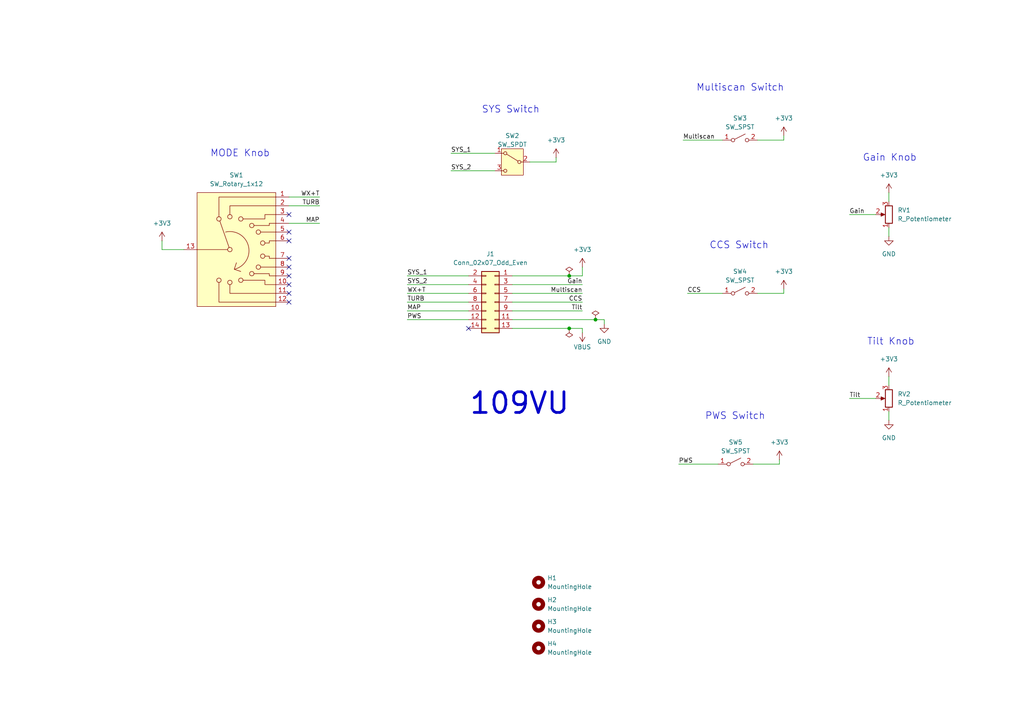
<source format=kicad_sch>
(kicad_sch (version 20231120) (generator "eeschema") (generator_version "8.0")
  (paper "A4")
  (title_block (title "109VU") (date "2024-01-18") (rev "0.2"))
  (lib_symbols
    (symbol "+3V3_1" (power) (pin_numbers hide) (pin_names (offset 0) hide)
      (property "Value" "+3V3" (at 0 3.556 0))
      (symbol "+3V3_1_0_1"
        (polyline (pts (xy -0.762 1.27) (xy 0 2.54)))
        (polyline (pts (xy 0 0) (xy 0 2.54)))
        (polyline (pts (xy 0 2.54) (xy 0.762 1.27)))
      )
      (symbol "+3V3_1_1_1"
        (pin power_in line (at 0 0 90) (length 0) (name "~") (number "1"))
      )
    )
    (symbol "+3V3_2" (power) (pin_numbers hide) (pin_names (offset 0) hide)
      (property "Value" "+3V3" (at 0 3.556 0))
      (symbol "+3V3_2_0_1"
        (polyline (pts (xy -0.762 1.27) (xy 0 2.54)))
        (polyline (pts (xy 0 0) (xy 0 2.54)))
        (polyline (pts (xy 0 2.54) (xy 0.762 1.27)))
      )
      (symbol "+3V3_2_1_1"
        (pin power_in line (at 0 0 90) (length 0) (name "~") (number "1"))
      )
    )
    (symbol "+3V3_3" (power) (pin_numbers hide) (pin_names (offset 0) hide)
      (property "Value" "+3V3" (at 0 3.556 0))
      (symbol "+3V3_3_0_1"
        (polyline (pts (xy -0.762 1.27) (xy 0 2.54)))
        (polyline (pts (xy 0 0) (xy 0 2.54)))
        (polyline (pts (xy 0 2.54) (xy 0.762 1.27)))
      )
      (symbol "+3V3_3_1_1"
        (pin power_in line (at 0 0 90) (length 0) (name "~") (number "1"))
      )
    )
    (symbol "+3V3_4" (power) (pin_numbers hide) (pin_names (offset 0) hide)
      (property "Value" "+3V3" (at 0 3.556 0))
      (symbol "+3V3_4_0_1"
        (polyline (pts (xy -0.762 1.27) (xy 0 2.54)))
        (polyline (pts (xy 0 0) (xy 0 2.54)))
        (polyline (pts (xy 0 2.54) (xy 0.762 1.27)))
      )
      (symbol "+3V3_4_1_1"
        (pin power_in line (at 0 0 90) (length 0) (name "~") (number "1"))
      )
    )
    (symbol "+3V3_5" (power) (pin_numbers hide) (pin_names (offset 0) hide)
      (property "Value" "+3V3" (at 0 3.556 0))
      (symbol "+3V3_5_0_1"
        (polyline (pts (xy -0.762 1.27) (xy 0 2.54)))
        (polyline (pts (xy 0 0) (xy 0 2.54)))
        (polyline (pts (xy 0 2.54) (xy 0.762 1.27)))
      )
      (symbol "+3V3_5_1_1"
        (pin power_in line (at 0 0 90) (length 0) (name "~") (number "1"))
      )
    )
    (symbol "+3V3_6" (power) (pin_numbers hide) (pin_names (offset 0) hide)
      (property "Value" "+3V3" (at 0 3.556 0))
      (symbol "+3V3_6_0_1"
        (polyline (pts (xy -0.762 1.27) (xy 0 2.54)))
        (polyline (pts (xy 0 0) (xy 0 2.54)))
        (polyline (pts (xy 0 2.54) (xy 0.762 1.27)))
      )
      (symbol "+3V3_6_1_1"
        (pin power_in line (at 0 0 90) (length 0) (name "~") (number "1"))
      )
    )
    (symbol "Connector_Generic:Conn_02x07_Odd_Even" (pin_names (offset 1.016) hide)
      (property "Reference" "J" (at 1.27 10.16 0))
      (property "Value" "Conn_02x07_Odd_Even" (at 1.27 -10.16 0))
      (symbol "Conn_02x07_Odd_Even_1_1"
        (rectangle (start -1.27 -7.493) (end 0 -7.747) (stroke (width 0.1524)))
        (rectangle (start -1.27 -4.953) (end 0 -5.207) (stroke (width 0.1524)))
        (rectangle (start -1.27 -2.413) (end 0 -2.667) (stroke (width 0.1524)))
        (rectangle (start -1.27 0.127) (end 0 -0.127) (stroke (width 0.1524)))
        (rectangle (start -1.27 2.667) (end 0 2.413) (stroke (width 0.1524)))
        (rectangle (start -1.27 5.207) (end 0 4.953) (stroke (width 0.1524)))
        (rectangle (start -1.27 7.747) (end 0 7.493) (stroke (width 0.1524)))
        (rectangle (start -1.27 8.89) (end 3.81 -8.89) (stroke (width 0.254)) (fill (type background)))
        (rectangle (start 3.81 -7.493) (end 2.54 -7.747) (stroke (width 0.1524)))
        (rectangle (start 3.81 -4.953) (end 2.54 -5.207) (stroke (width 0.1524)))
        (rectangle (start 3.81 -2.413) (end 2.54 -2.667) (stroke (width 0.1524)))
        (rectangle (start 3.81 0.127) (end 2.54 -0.127) (stroke (width 0.1524)))
        (rectangle (start 3.81 2.667) (end 2.54 2.413) (stroke (width 0.1524)))
        (rectangle (start 3.81 5.207) (end 2.54 4.953) (stroke (width 0.1524)))
        (rectangle (start 3.81 7.747) (end 2.54 7.493) (stroke (width 0.1524)))
        (pin passive line (at -5.08 7.62 0) (length 3.81) (name "Pin_1") (number "1"))
        (pin passive line (at 7.62 -2.54 180) (length 3.81) (name "Pin_10") (number "10"))
        (pin passive line (at -5.08 -5.08 0) (length 3.81) (name "Pin_11") (number "11"))
        (pin passive line (at 7.62 -5.08 180) (length 3.81) (name "Pin_12") (number "12"))
        (pin passive line (at -5.08 -7.62 0) (length 3.81) (name "Pin_13") (number "13"))
        (pin passive line (at 7.62 -7.62 180) (length 3.81) (name "Pin_14") (number "14"))
        (pin passive line (at 7.62 7.62 180) (length 3.81) (name "Pin_2") (number "2"))
        (pin passive line (at -5.08 5.08 0) (length 3.81) (name "Pin_3") (number "3"))
        (pin passive line (at 7.62 5.08 180) (length 3.81) (name "Pin_4") (number "4"))
        (pin passive line (at -5.08 2.54 0) (length 3.81) (name "Pin_5") (number "5"))
        (pin passive line (at 7.62 2.54 180) (length 3.81) (name "Pin_6") (number "6"))
        (pin passive line (at -5.08 0 0) (length 3.81) (name "Pin_7") (number "7"))
        (pin passive line (at 7.62 0 180) (length 3.81) (name "Pin_8") (number "8"))
        (pin passive line (at -5.08 -2.54 0) (length 3.81) (name "Pin_9") (number "9"))
      )
    )
    (symbol "Device:R_Potentiometer" (pin_names (offset 1.016) hide)
      (property "Reference" "RV" (at -4.445 0 90))
      (property "Value" "R_Potentiometer" (at -2.54 0 90))
      (symbol "R_Potentiometer_0_1"
        (polyline (pts (xy 2.54 0) (xy 1.524 0)))
        (polyline (pts (xy 1.143 0) (xy 2.286 0.508) (xy 2.286 -0.508) (xy 1.143 0)) (fill (type outline)))
        (rectangle (start 1.016 2.54) (end -1.016 -2.54) (stroke (width 0.254)))
      )
      (symbol "R_Potentiometer_1_1"
        (pin passive line (at 0 3.81 270) (length 1.27) (name "1") (number "1"))
        (pin passive line (at 3.81 0 180) (length 1.27) (name "2") (number "2"))
        (pin passive line (at 0 -3.81 90) (length 1.27) (name "3") (number "3"))
      )
    )
    (symbol "GND_1" (power) (pin_numbers hide) (pin_names (offset 0) hide)
      (property "Value" "GND" (at 0 -3.81 0))
      (symbol "GND_1_0_1"
        (polyline (pts (xy 0 0) (xy 0 -1.27) (xy 1.27 -1.27) (xy 0 -2.54) (xy -1.27 -1.27) (xy 0 -1.27)))
      )
      (symbol "GND_1_1_1"
        (pin power_in line (at 0 0 270) (length 0) (name "~") (number "1"))
      )
    )
    (symbol "Mechanical:MountingHole" (pin_names (offset 1.016))
      (property "Reference" "H" (at 0 5.08 0))
      (property "Value" "MountingHole" (at 0 3.175 0))
      (symbol "MountingHole_0_1"
        (circle (center 0 0) (radius 1.27) (stroke (width 1.27)))
      )
    )
    (symbol "Switch:SW_Rotary_1x12" (pin_names (offset 1.016) hide)
      (property "Reference" "SW" (at 0 17.78 0))
      (property "Value" "SW_Rotary_1x12" (at 0 -17.78 0))
      (symbol "SW_Rotary_1x12_0_0"
        (circle (center -5.08 -8.89) (radius 0.635))
        (circle (center -5.08 8.89) (radius 0.635))
        (circle (center -1.905 -9.525) (radius 0.635))
        (circle (center -1.905 0) (radius 0.635))
        (circle (center -1.905 9.525) (radius 0.635))
        (arc (start -0.635 -5.715) (mid 3.4777 0.949) (end -3.175 5.08))
        (polyline (pts (xy -2.1336 0.6096) (xy -4.826 8.2804)))
        (polyline (pts (xy -0.635 -5.715) (xy 0 -3.81)))
        (polyline (pts (xy -0.635 -5.715) (xy 1.27 -6.35)))
        (polyline (pts (xy 6.985 -5.08) (xy 11.43 -5.08)))
        (polyline (pts (xy 6.985 5.08) (xy 11.43 5.08)))
        (polyline (pts (xy -5.08 -9.525) (xy -5.08 -15.24) (xy 11.43 -15.24)))
        (polyline (pts (xy -5.08 9.525) (xy -5.08 15.24) (xy 11.43 15.24)))
        (polyline (pts (xy -1.905 -10.16) (xy -1.905 -12.7) (xy 11.43 -12.7)))
        (polyline (pts (xy -1.905 10.16) (xy -1.905 12.7) (xy 11.43 12.7)))
        (polyline (pts (xy 1.905 -8.89) (xy 8.255 -8.89) (xy 8.255 -10.16) (xy 11.43 -10.16)))
        (polyline (pts (xy 1.905 8.89) (xy 8.255 8.89) (xy 8.255 10.16) (xy 11.43 10.16)))
        (polyline (pts (xy 5.08 -6.985) (xy 9.525 -6.985) (xy 9.525 -7.62) (xy 11.43 -7.62)))
        (polyline (pts (xy 5.08 6.985) (xy 9.525 6.985) (xy 9.525 7.62) (xy 11.43 7.62)))
        (polyline (pts (xy 8.255 -1.905) (xy 9.525 -1.905) (xy 9.525 -2.54) (xy 11.43 -2.54)))
        (polyline (pts (xy 8.255 1.905) (xy 9.525 1.905) (xy 9.525 2.54) (xy 11.43 2.54)))
        (circle (center 1.27 -8.89) (radius 0.635))
        (circle (center 1.27 8.89) (radius 0.635))
        (circle (center 4.445 -6.985) (radius 0.635))
        (circle (center 4.445 6.985) (radius 0.635))
        (circle (center 6.35 -5.08) (radius 0.635))
        (circle (center 6.35 5.08) (radius 0.635))
        (circle (center 7.62 -1.905) (radius 0.635))
        (circle (center 7.62 1.905) (radius 0.635))
      )
      (symbol "SW_Rotary_1x12_1_1"
        (rectangle (start -11.43 16.51) (end 11.43 -16.51) (fill (type background)))
        (polyline (pts (xy -11.43 0) (xy -2.54 0)))
        (pin passive line (at 15.24 15.24 180) (length 3.81) (name "1") (number "1"))
        (pin passive line (at 15.24 -10.16 180) (length 3.81) (name "10") (number "10"))
        (pin passive line (at 15.24 -12.7 180) (length 3.81) (name "11") (number "11"))
        (pin passive line (at 15.24 -15.24 180) (length 3.81) (name "12") (number "12"))
        (pin passive line (at -15.24 0 0) (length 3.81) (name "13") (number "13"))
        (pin passive line (at 15.24 12.7 180) (length 3.81) (name "2") (number "2"))
        (pin passive line (at 15.24 10.16 180) (length 3.81) (name "3") (number "3"))
        (pin passive line (at 15.24 7.62 180) (length 3.81) (name "4") (number "4"))
        (pin passive line (at 15.24 5.08 180) (length 3.81) (name "5") (number "5"))
        (pin passive line (at 15.24 2.54 180) (length 3.81) (name "6") (number "6"))
        (pin passive line (at 15.24 -2.54 180) (length 3.81) (name "7") (number "7"))
        (pin passive line (at 15.24 -5.08 180) (length 3.81) (name "8") (number "8"))
        (pin passive line (at 15.24 -7.62 180) (length 3.81) (name "9") (number "9"))
      )
    )
    (symbol "Switch:SW_SPDT" (pin_names (offset 0) hide)
      (property "Reference" "SW" (at 0 5.08 0))
      (property "Value" "SW_SPDT" (at 0 -5.08 0))
      (symbol "SW_SPDT_0_1"
        (circle (center -2.032 0) (radius 0.4572))
        (polyline (pts (xy -1.651 0.254) (xy 1.651 2.286)))
        (circle (center 2.032 -2.54) (radius 0.4572))
        (circle (center 2.032 2.54) (radius 0.4572))
      )
      (symbol "SW_SPDT_1_1"
        (rectangle (start -3.175 3.81) (end 3.175 -3.81) (fill (type background)))
        (pin passive line (at 5.08 2.54 180) (length 2.54) (name "A") (number "1"))
        (pin passive line (at -5.08 0 0) (length 2.54) (name "B") (number "2"))
        (pin passive line (at 5.08 -2.54 180) (length 2.54) (name "C") (number "3"))
      )
    )
    (symbol "Switch:SW_SPST" (pin_names (offset 0) hide)
      (property "Reference" "SW" (at 0 3.175 0))
      (property "Value" "SW_SPST" (at 0 -2.54 0))
      (symbol "SW_SPST_0_0"
        (circle (center -2.032 0) (radius 0.508))
        (polyline (pts (xy -1.524 0.254) (xy 1.524 1.778)))
        (circle (center 2.032 0) (radius 0.508))
      )
      (symbol "SW_SPST_1_1"
        (pin passive line (at -5.08 0 0) (length 2.54) (name "A") (number "1"))
        (pin passive line (at 5.08 0 180) (length 2.54) (name "B") (number "2"))
      )
    )
    (symbol "power:+3V3" (power) (pin_numbers hide) (pin_names (offset 0) hide)
      (property "Value" "+3V3" (at 0 3.556 0))
      (symbol "+3V3_0_1"
        (polyline (pts (xy -0.762 1.27) (xy 0 2.54)))
        (polyline (pts (xy 0 0) (xy 0 2.54)))
        (polyline (pts (xy 0 2.54) (xy 0.762 1.27)))
      )
      (symbol "+3V3_1_1"
        (pin power_in line (at 0 0 90) (length 0) (name "~") (number "1"))
      )
    )
    (symbol "power:GND" (power) (pin_numbers hide) (pin_names (offset 0) hide)
      (property "Value" "GND" (at 0 -3.81 0))
      (symbol "GND_0_1"
        (polyline (pts (xy 0 0) (xy 0 -1.27) (xy 1.27 -1.27) (xy 0 -2.54) (xy -1.27 -1.27) (xy 0 -1.27)))
      )
      (symbol "GND_1_1"
        (pin power_in line (at 0 0 270) (length 0) (name "~") (number "1"))
      )
    )
    (symbol "power:PWR_FLAG" (power) (pin_numbers hide) (pin_names (offset 0) hide)
      (property "Value" "PWR_FLAG" (at 0 3.81 0))
      (symbol "PWR_FLAG_0_0"
        (pin power_out line (at 0 0 90) (length 0) (name "~") (number "1"))
      )
      (symbol "PWR_FLAG_0_1"
        (polyline (pts (xy 0 0) (xy 0 1.27) (xy -1.016 1.905) (xy 0 2.54) (xy 1.016 1.905) (xy 0 1.27)))
      )
    )
    (symbol "power:VBUS" (power) (pin_numbers hide) (pin_names (offset 0) hide)
      (property "Value" "VBUS" (at 0 3.556 0))
      (symbol "VBUS_0_1"
        (polyline (pts (xy -0.762 1.27) (xy 0 2.54)))
        (polyline (pts (xy 0 0) (xy 0 2.54)))
        (polyline (pts (xy 0 2.54) (xy 0.762 1.27)))
      )
      (symbol "VBUS_1_1"
        (pin power_in line (at 0 0 90) (length 0) (name "~") (number "1"))
      )
    )
  )
  (junction (at 165.1 95.25))
  (junction (at 165.1 80.01))
  (junction (at 172.72 92.71))
  (no_connect (at 83.82 67.31))
  (no_connect (at 135.89 95.25))
  (no_connect (at 83.82 69.85))
  (no_connect (at 83.82 74.93))
  (no_connect (at 83.82 80.01))
  (no_connect (at 83.82 77.47))
  (no_connect (at 83.82 62.23))
  (no_connect (at 83.82 85.09))
  (no_connect (at 83.82 82.55))
  (no_connect (at 83.82 87.63))
  (wire (pts (xy 148.59 90.17) (xy 168.91 90.17)))
  (wire (pts (xy 257.81 55.88) (xy 257.81 58.42)))
  (wire (pts (xy 118.11 90.17) (xy 135.89 90.17)))
  (wire (pts (xy 227.33 83.82) (xy 227.33 85.09)))
  (wire (pts (xy 148.59 85.09) (xy 168.91 85.09)))
  (wire (pts (xy 219.71 40.64) (xy 227.33 40.64)))
  (wire (pts (xy 172.72 92.71) (xy 175.26 92.71)))
  (wire (pts (xy 46.99 69.85) (xy 46.99 72.39)))
  (wire (pts (xy 118.11 82.55) (xy 135.89 82.55)))
  (wire (pts (xy 226.06 133.35) (xy 226.06 134.62)))
  (wire (pts (xy 118.11 92.71) (xy 135.89 92.71)))
  (wire (pts (xy 257.81 119.38) (xy 257.81 121.92)))
  (wire (pts (xy 175.26 92.71) (xy 175.26 93.98)))
  (wire (pts (xy 118.11 87.63) (xy 135.89 87.63)))
  (wire (pts (xy 198.12 40.64) (xy 209.55 40.64)))
  (wire (pts (xy 83.82 57.15) (xy 92.71 57.15)))
  (wire (pts (xy 148.59 82.55) (xy 168.91 82.55)))
  (wire (pts (xy 118.11 80.01) (xy 135.89 80.01)))
  (wire (pts (xy 165.1 95.25) (xy 168.91 95.25)))
  (wire (pts (xy 227.33 39.37) (xy 227.33 40.64)))
  (wire (pts (xy 168.91 96.52) (xy 168.91 95.25)))
  (wire (pts (xy 130.81 49.53) (xy 143.51 49.53)))
  (wire (pts (xy 218.44 134.62) (xy 226.06 134.62)))
  (wire (pts (xy 130.81 44.45) (xy 143.51 44.45)))
  (wire (pts (xy 165.1 80.01) (xy 168.91 80.01)))
  (wire (pts (xy 83.82 64.77) (xy 92.71 64.77)))
  (wire (pts (xy 246.38 115.57) (xy 254 115.57)))
  (wire (pts (xy 246.38 62.23) (xy 254 62.23)))
  (wire (pts (xy 148.59 95.25) (xy 165.1 95.25)))
  (wire (pts (xy 168.91 77.47) (xy 168.91 80.01)))
  (wire (pts (xy 46.99 72.39) (xy 53.34 72.39)))
  (wire (pts (xy 148.59 80.01) (xy 165.1 80.01)))
  (wire (pts (xy 148.59 92.71) (xy 172.72 92.71)))
  (wire (pts (xy 83.82 59.69) (xy 92.71 59.69)))
  (wire (pts (xy 161.29 45.72) (xy 161.29 46.99)))
  (wire (pts (xy 196.85 134.62) (xy 208.28 134.62)))
  (wire (pts (xy 148.59 87.63) (xy 168.91 87.63)))
  (wire (pts (xy 257.81 109.22) (xy 257.81 111.76)))
  (wire (pts (xy 199.39 85.09) (xy 209.55 85.09)))
  (wire (pts (xy 219.71 85.09) (xy 227.33 85.09)))
  (wire (pts (xy 118.11 85.09) (xy 135.89 85.09)))
  (wire (pts (xy 153.67 46.99) (xy 161.29 46.99)))
  (wire (pts (xy 257.81 66.04) (xy 257.81 68.58)))
  (text "Multiscan Switch" (at 201.93 26.67 0) (effects (font (size 2 2)) (justify left bottom)))
  (text "Gain Knob" (at 250.19 46.99 0) (effects (font (size 2 2)) (justify left bottom)))
  (text "MODE Knob" (at 60.96 45.72 0) (effects (font (size 2 2)) (justify left bottom)))
  (text "SYS Switch" (at 139.7 33.02 0) (effects (font (size 2 2)) (justify left bottom)))
  (text "PWS Switch" (at 204.47 121.92 0) (effects (font (size 2 2)) (justify left bottom)))
  (text "109VU" (at 135.89 120.65 0) (effects (font (size 6 6) (thickness 0.8) (bold yes)) (justify left bottom)))
  (text "Tilt Knob" (at 251.46 100.33 0) (effects (font (size 2 2)) (justify left bottom)))
  (text "CCS Switch" (at 205.74 72.39 0) (effects (font (size 2 2)) (justify left bottom)))
  (label "WX+T" (at 92.71 57.15 180))
  (label "SYS_1" (at 118.11 80.01 0))
  (label "Multiscan" (at 168.91 85.09 180))
  (label "Tilt" (at 168.91 90.17 180))
  (label "TURB" (at 118.11 87.63 0))
  (label "CCS" (at 199.39 85.09 0))
  (label "PWS" (at 118.11 92.71 0))
  (label "Tilt" (at 246.38 115.57 0))
  (label "SYS_1" (at 130.81 44.45 0))
  (label "CCS" (at 168.91 87.63 180))
  (label "Multiscan" (at 198.12 40.64 0))
  (label "PWS" (at 196.85 134.62 0))
  (label "WX+T" (at 118.11 85.09 0))
  (label "MAP" (at 118.11 90.17 0))
  (label "MAP" (at 92.71 64.77 180))
  (label "Gain" (at 168.91 82.55 180))
  (label "Gain" (at 246.38 62.23 0))
  (label "SYS_2" (at 130.81 49.53 0))
  (label "SYS_2" (at 118.11 82.55 0))
  (label "TURB" (at 92.71 59.69 180))
  (symbol (lib_name "+3V3_1") (lib_id "power:+3V3") (at 168.91 77.47 0) (unit 1)
    (property "Reference" "#PWR014" (effects (hide yes)))
    (property "Value" "+3V3" (at 168.91 72.39 0))
    (property "Description" "Power symbol creates a global label with name \"+3V3\"" (effects (hide yes)))
  )
  (symbol (lib_id "power:+3V3") (at 257.81 109.22 0) (unit 1)
    (property "Reference" "#PWR027" (effects (hide yes)))
    (property "Value" "+3V3" (at 257.81 104.14 0))
    (property "Description" "Power symbol creates a global label with name \"+3V3\"" (effects (hide yes)))
  )
  (symbol (lib_name "+3V3_6") (lib_id "power:+3V3") (at 227.33 39.37 0) (unit 1)
    (property "Reference" "#PWR022" (effects (hide yes)))
    (property "Value" "+3V3" (at 227.33 34.29 0))
    (property "Description" "Power symbol creates a global label with name \"+3V3\"" (effects (hide yes)))
  )
  (symbol (lib_id "power:PWR_FLAG") (at 165.1 95.25 180) (unit 1)
    (property "Reference" "#FLG03" (effects (hide yes)))
    (property "Value" "PWR_FLAG" (effects (hide yes)))
    (property "Description" "Special symbol for telling ERC where power comes from" (effects (hide yes)))
  )
  (symbol (lib_name "+3V3_2") (lib_id "power:+3V3") (at 46.99 69.85 0) (unit 1)
    (property "Reference" "#PWR02" (effects (hide yes)))
    (property "Value" "+3V3" (at 46.99 64.77 0))
    (property "Description" "Power symbol creates a global label with name \"+3V3\"" (effects (hide yes)))
  )
  (symbol (lib_id "Connector_Generic:Conn_02x07_Odd_Even") (at 143.51 87.63 0) (mirror y) (unit 1)
    (property "Reference" "J1" (at 142.24 73.66 0))
    (property "Value" "Conn_02x07_Odd_Even" (at 142.24 76.2 0))
    (property "Footprint" "Connector_IDC:IDC-Header_2x07_P2.54mm_Vertical" (effects (hide yes)))
  )
  (symbol (lib_id "power:PWR_FLAG") (at 172.72 92.71 0) (unit 1)
    (property "Reference" "#FLG02" (effects (hide yes)))
    (property "Value" "PWR_FLAG" (effects (hide yes)))
    (property "Description" "Special symbol for telling ERC where power comes from" (effects (hide yes)))
  )
  (symbol (lib_id "Switch:SW_Rotary_1x12") (at 68.58 72.39 0) (unit 1)
    (property "Reference" "SW1" (at 68.58 50.8 0))
    (property "Value" "SW_Rotary_1x12" (at 68.58 53.34 0))
    (property "Footprint" "NiasStuff:C&K_Rotary_Switches" (effects (hide yes)))
    (property "Datasheet" "https://www.mouser.de/datasheet/2/240/arotary-3050724.pdf" (effects (hide yes)))
    (property "JLCPCB Part" "N/A" (effects (hide yes)))
    (property "Manufracturer" "C&K" (effects (hide yes)))
    (property "Manufracturer Part Number" "A12505RNZQ " (effects (hide yes)))
  )
  (symbol (lib_id "Mechanical:MountingHole") (at 156.21 187.96 0) (unit 1) (in_bom no)
    (property "Reference" "H4" (at 158.75 186.69 0) (effects (justify left)))
    (property "Value" "MountingHole" (at 158.75 189.23 0) (effects (justify left)))
    (property "Footprint" "MountingHole:MountingHole_2.2mm_M2" (effects (hide yes)))
  )
  (symbol (lib_name "+3V3_4") (lib_id "power:+3V3") (at 227.33 83.82 0) (unit 1)
    (property "Reference" "#PWR023" (effects (hide yes)))
    (property "Value" "+3V3" (at 227.33 78.74 0))
    (property "Description" "Power symbol creates a global label with name \"+3V3\"" (effects (hide yes)))
  )
  (symbol (lib_id "Device:R_Potentiometer") (at 257.81 62.23 180) (unit 1)
    (property "Reference" "RV1" (at 260.35 60.96 0) (effects (justify right)))
    (property "Value" "R_Potentiometer" (at 260.35 63.5 0) (effects (justify right)))
    (property "Footprint" "NiasStuff:Potentiometer_Alps_RK09L_Double_Vertical" (effects (hide yes)))
    (property "Datasheet" "https://datasheet.lcsc.com/lcsc/1912111437_ALPSALPINE-RK09L1240A12_C380211.pdf" (effects (hide yes)))
    (property "Manufracturer" "ALPSALPINE" (effects (hide yes)))
    (property "Manufracturer Part Number" "RK09L1240A12" (effects (hide yes)))
    (property "JLCPCB Part" "C380211" (effects (hide yes)))
  )
  (symbol (lib_id "power:GND") (at 257.81 68.58 0) (unit 1)
    (property "Reference" "#PWR026" (effects (hide yes)))
    (property "Value" "GND" (at 257.81 73.66 0))
    (property "Description" "Power symbol creates a global label with name \"GND\" , ground" (effects (hide yes)))
  )
  (symbol (lib_id "power:+3V3") (at 257.81 55.88 0) (unit 1)
    (property "Reference" "#PWR025" (effects (hide yes)))
    (property "Value" "+3V3" (at 257.81 50.8 0))
    (property "Description" "Power symbol creates a global label with name \"+3V3\"" (effects (hide yes)))
  )
  (symbol (lib_id "power:GND") (at 257.81 121.92 0) (unit 1)
    (property "Reference" "#PWR028" (effects (hide yes)))
    (property "Value" "GND" (at 257.81 127 0))
    (property "Description" "Power symbol creates a global label with name \"GND\" , ground" (effects (hide yes)))
  )
  (symbol (lib_id "power:PWR_FLAG") (at 165.1 80.01 0) (unit 1)
    (property "Reference" "#FLG01" (effects (hide yes)))
    (property "Value" "PWR_FLAG" (effects (hide yes)))
    (property "Description" "Special symbol for telling ERC where power comes from" (effects (hide yes)))
  )
  (symbol (lib_id "Mechanical:MountingHole") (at 156.21 181.61 0) (unit 1) (in_bom no)
    (property "Reference" "H3" (at 158.75 180.34 0) (effects (justify left)))
    (property "Value" "MountingHole" (at 158.75 182.88 0) (effects (justify left)))
    (property "Footprint" "MountingHole:MountingHole_2.2mm_M2" (effects (hide yes)))
  )
  (symbol (lib_name "+3V3_3") (lib_id "power:+3V3") (at 161.29 45.72 0) (unit 1)
    (property "Reference" "#PWR013" (effects (hide yes)))
    (property "Value" "+3V3" (at 161.29 40.64 0))
    (property "Description" "Power symbol creates a global label with name \"+3V3\"" (effects (hide yes)))
  )
  (symbol (lib_id "Switch:SW_SPST") (at 214.63 85.09 0) (unit 1)
    (property "Reference" "SW4" (at 214.63 78.74 0))
    (property "Value" "SW_SPST" (at 214.63 81.28 0))
    (property "Footprint" "NiasStuff:SW_SPDT_YUEN-FUNG_MT-0-102-A101-M200-RS" (effects (hide yes)))
    (property "Datasheet" "https://www.lcsc.com/datasheet/lcsc_datasheet_2307200931_YUEN-FUNG-MT-0-103-A101-M200-RS_C1788493.pdf" (effects (hide yes)))
    (property "JLCPCB Part" "C1788492" (effects (hide yes)))
    (property "Manufracturer" "YUEN FUNG" (effects (hide yes)))
    (property "Manufracturer Part Number" "MT-0-102-A101-M200-RS" (effects (hide yes)))
  )
  (symbol (lib_id "Switch:SW_SPDT") (at 148.59 46.99 0) (mirror y) (unit 1)
    (property "Reference" "SW2" (at 148.59 39.37 0))
    (property "Value" "SW_SPDT" (at 148.59 41.91 0))
    (property "Footprint" "NiasStuff:SW_SPDT_YUEN-FUNG_MT-0-102-A101-M200-RS" (effects (hide yes)))
    (property "Description" "Switch, single pole double throw" (effects (hide yes)))
    (property "JLCPCB Part" "C1788493" (effects (hide yes)))
    (property "Manufracturer" "YUEN FUNG" (effects (hide yes)))
    (property "Manufracturer Part Number" "MT-0-103-A101-M200-RS" (effects (hide yes)))
  )
  (symbol (lib_name "GND_1") (lib_id "power:GND") (at 175.26 93.98 0) (unit 1)
    (property "Reference" "#PWR015" (effects (hide yes)))
    (property "Value" "GND" (at 175.26 99.06 0))
    (property "Description" "Power symbol creates a global label with name \"GND\" , ground" (effects (hide yes)))
  )
  (symbol (lib_id "Mechanical:MountingHole") (at 156.21 175.26 0) (unit 1) (in_bom no)
    (property "Reference" "H2" (at 158.75 173.99 0) (effects (justify left)))
    (property "Value" "MountingHole" (at 158.75 176.53 0) (effects (justify left)))
    (property "Footprint" "MountingHole:MountingHole_2.2mm_M2" (effects (hide yes)))
  )
  (symbol (lib_id "Mechanical:MountingHole") (at 156.21 168.91 0) (unit 1) (in_bom no)
    (property "Reference" "H1" (at 158.75 167.64 0) (effects (justify left)))
    (property "Value" "MountingHole" (at 158.75 170.18 0) (effects (justify left)))
    (property "Footprint" "MountingHole:MountingHole_2.2mm_M2" (effects (hide yes)))
  )
  (symbol (lib_id "Switch:SW_SPST") (at 213.36 134.62 0) (unit 1)
    (property "Reference" "SW5" (at 213.36 128.27 0))
    (property "Value" "SW_SPST" (at 213.36 130.81 0))
    (property "Footprint" "NiasStuff:SW_SPDT_YUEN-FUNG_MT-0-102-A101-M200-RS" (effects (hide yes)))
    (property "Datasheet" "https://www.lcsc.com/datasheet/lcsc_datasheet_2307200931_YUEN-FUNG-MT-0-103-A101-M200-RS_C1788493.pdf" (effects (hide yes)))
    (property "JLCPCB Part" "C1788492" (effects (hide yes)))
    (property "Manufracturer" "YUEN FUNG" (effects (hide yes)))
    (property "Manufracturer Part Number" "MT-0-102-A101-M200-RS" (effects (hide yes)))
  )
  (symbol (lib_id "Device:R_Potentiometer") (at 257.81 115.57 180) (unit 1)
    (property "Reference" "RV2" (at 260.35 114.3 0) (effects (justify right)))
    (property "Value" "R_Potentiometer" (at 260.35 116.84 0) (effects (justify right)))
    (property "Footprint" "NiasStuff:Potentiometer_Alps_RK09L_Double_Vertical" (effects (hide yes)))
    (property "Datasheet" "https://datasheet.lcsc.com/lcsc/1912111437_ALPSALPINE-RK09L1240A12_C380211.pdf" (effects (hide yes)))
    (property "Manufracturer" "ALPSALPINE" (effects (hide yes)))
    (property "Manufracturer Part Number" "RK09L1240A12" (effects (hide yes)))
    (property "JLCPCB Part" "C380211" (effects (hide yes)))
  )
  (symbol (lib_name "+3V3_5") (lib_id "power:+3V3") (at 226.06 133.35 0) (unit 1)
    (property "Reference" "#PWR024" (effects (hide yes)))
    (property "Value" "+3V3" (at 226.06 128.27 0))
    (property "Description" "Power symbol creates a global label with name \"+3V3\"" (effects (hide yes)))
  )
  (symbol (lib_id "power:VBUS") (at 168.91 96.52 180) (unit 1)
    (property "Reference" "#PWR05" (effects (hide yes)))
    (property "Value" "VBUS" (at 168.91 100.6531 0))
    (property "Description" "Power symbol creates a global label with name \"VBUS\"" (effects (hide yes)))
  )
  (symbol (lib_id "Switch:SW_SPST") (at 214.63 40.64 0) (unit 1)
    (property "Reference" "SW3" (at 214.63 34.29 0))
    (property "Value" "SW_SPST" (at 214.63 36.83 0))
    (property "Footprint" "NiasStuff:SW_SPDT_YUEN-FUNG_MT-0-102-A101-M200-RS" (effects (hide yes)))
    (property "Datasheet" "https://www.lcsc.com/datasheet/lcsc_datasheet_2307200931_YUEN-FUNG-MT-0-103-A101-M200-RS_C1788493.pdf" (effects (hide yes)))
    (property "JLCPCB Part" "C1788492" (effects (hide yes)))
    (property "Manufracturer" "YUEN FUNG" (effects (hide yes)))
    (property "Manufracturer Part Number" "MT-0-102-A101-M200-RS" (effects (hide yes)))
  )
)
</source>
